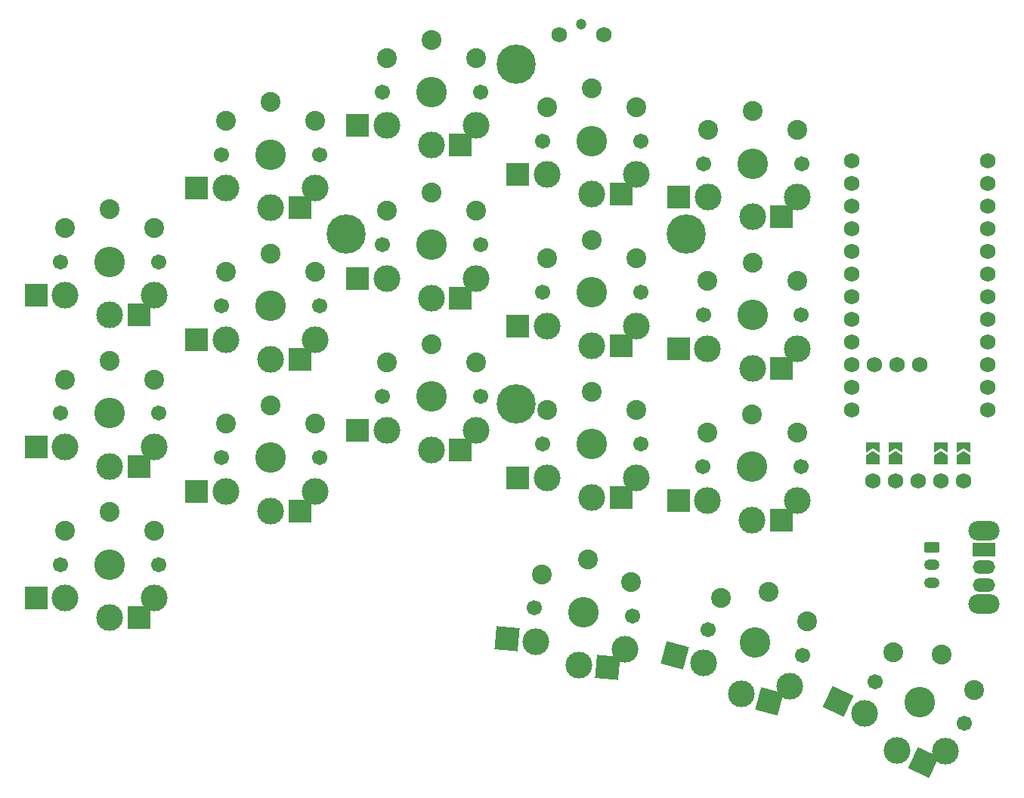
<source format=gbr>
%TF.GenerationSoftware,KiCad,Pcbnew,8.0.5*%
%TF.CreationDate,2024-10-14T15:31:37+02:00*%
%TF.ProjectId,oni-kb,6f6e692d-6b62-42e6-9b69-6361645f7063,rev?*%
%TF.SameCoordinates,Original*%
%TF.FileFunction,Soldermask,Bot*%
%TF.FilePolarity,Negative*%
%FSLAX46Y46*%
G04 Gerber Fmt 4.6, Leading zero omitted, Abs format (unit mm)*
G04 Created by KiCad (PCBNEW 8.0.5) date 2024-10-14 15:31:37*
%MOMM*%
%LPD*%
G01*
G04 APERTURE LIST*
G04 Aperture macros list*
%AMRoundRect*
0 Rectangle with rounded corners*
0 $1 Rounding radius*
0 $2 $3 $4 $5 $6 $7 $8 $9 X,Y pos of 4 corners*
0 Add a 4 corners polygon primitive as box body*
4,1,4,$2,$3,$4,$5,$6,$7,$8,$9,$2,$3,0*
0 Add four circle primitives for the rounded corners*
1,1,$1+$1,$2,$3*
1,1,$1+$1,$4,$5*
1,1,$1+$1,$6,$7*
1,1,$1+$1,$8,$9*
0 Add four rect primitives between the rounded corners*
20,1,$1+$1,$2,$3,$4,$5,0*
20,1,$1+$1,$4,$5,$6,$7,0*
20,1,$1+$1,$6,$7,$8,$9,0*
20,1,$1+$1,$8,$9,$2,$3,0*%
%AMRotRect*
0 Rectangle, with rotation*
0 The origin of the aperture is its center*
0 $1 length*
0 $2 width*
0 $3 Rotation angle, in degrees counterclockwise*
0 Add horizontal line*
21,1,$1,$2,0,0,$3*%
%AMFreePoly0*
4,1,6,1.000000,0.000000,0.500000,-0.750000,-0.500000,-0.750000,-0.500000,0.750000,0.500000,0.750000,1.000000,0.000000,1.000000,0.000000,$1*%
%AMFreePoly1*
4,1,6,0.500000,-0.750000,-0.650000,-0.750000,-0.150000,0.000000,-0.650000,0.750000,0.500000,0.750000,0.500000,-0.750000,0.500000,-0.750000,$1*%
G04 Aperture macros list end*
%ADD10C,1.701800*%
%ADD11C,3.000000*%
%ADD12C,3.429000*%
%ADD13R,2.600000X2.600000*%
%ADD14C,2.232000*%
%ADD15C,1.752600*%
%ADD16RotRect,2.600000X2.600000X155.000000*%
%ADD17C,1.200000*%
%ADD18C,1.750000*%
%ADD19RoundRect,0.250000X-0.625000X0.350000X-0.625000X-0.350000X0.625000X-0.350000X0.625000X0.350000X0*%
%ADD20O,1.750000X1.200000*%
%ADD21RotRect,2.600000X2.600000X175.000000*%
%ADD22C,4.400000*%
%ADD23RotRect,2.600000X2.600000X165.000000*%
%ADD24O,3.500000X2.200000*%
%ADD25R,2.500000X1.500000*%
%ADD26O,2.500000X1.500000*%
%ADD27FreePoly0,90.000000*%
%ADD28FreePoly1,90.000000*%
G04 APERTURE END LIST*
D10*
%TO.C,SW4*%
X133512593Y-64223504D03*
D11*
X133012593Y-67973504D03*
X128012593Y-70173504D03*
D12*
X128012593Y-64223504D03*
D11*
X123012593Y-67973504D03*
D10*
X122512593Y-64223504D03*
D13*
X131287593Y-70173504D03*
D14*
X128012593Y-58323504D03*
X133012593Y-60423504D03*
X123012593Y-60423504D03*
D13*
X119737593Y-67973504D03*
%TD*%
D15*
%TO.C,Display1*%
X177458795Y-107820794D03*
X179998795Y-107820794D03*
X182538795Y-107820794D03*
X185078795Y-107820794D03*
X187618795Y-107820794D03*
%TD*%
D10*
%TO.C,SW20*%
X187697289Y-134947902D03*
D11*
X185659316Y-138135248D03*
X180198017Y-138016033D03*
D12*
X182712596Y-132623502D03*
D11*
X176596239Y-133909065D03*
D10*
X177727903Y-130299102D03*
D16*
X183166175Y-139400108D03*
D14*
X185206044Y-127276286D03*
X188850084Y-131292624D03*
X179787006Y-127066441D03*
D16*
X173628081Y-132524990D03*
%TD*%
D10*
%TO.C,SW2*%
X97512594Y-83223504D03*
D11*
X97012594Y-86973504D03*
X92012594Y-89173504D03*
D12*
X92012594Y-83223504D03*
D11*
X87012594Y-86973504D03*
D10*
X86512594Y-83223504D03*
D13*
X95287594Y-89173504D03*
D14*
X92012594Y-77323504D03*
X97012594Y-79423504D03*
X87012594Y-79423504D03*
D13*
X83737594Y-86973504D03*
%TD*%
D17*
%TO.C,RSW1*%
X144837594Y-56576006D03*
D18*
X142337594Y-57786006D03*
X147337594Y-57786006D03*
%TD*%
D15*
%TO.C,U1*%
X175142593Y-71890254D03*
X175142593Y-74430254D03*
X175142593Y-76970254D03*
X175142593Y-79510254D03*
X175142593Y-82050254D03*
X175142593Y-84590254D03*
X175142593Y-87130254D03*
X175142593Y-89670254D03*
X175142593Y-92210254D03*
X175142593Y-94750254D03*
X175142593Y-97290254D03*
X175142593Y-99830254D03*
X190382593Y-99830254D03*
X190382593Y-97290254D03*
X190382593Y-94750254D03*
X190382593Y-92210254D03*
X190382593Y-89670254D03*
X190382593Y-87130254D03*
X190382593Y-84590254D03*
X190382593Y-82050254D03*
X190382593Y-79510254D03*
X190382593Y-76970254D03*
X190382593Y-74430254D03*
X190382593Y-71890254D03*
X177682593Y-94750254D03*
X180222593Y-94750254D03*
X182762593Y-94750254D03*
%TD*%
D10*
%TO.C,SW12*%
X169492594Y-89213504D03*
D11*
X168992594Y-92963504D03*
X163992594Y-95163504D03*
D12*
X163992594Y-89213504D03*
D11*
X158992594Y-92963504D03*
D10*
X158492594Y-89213504D03*
D13*
X167267594Y-95163504D03*
D14*
X163992594Y-83313504D03*
X168992594Y-85413504D03*
X158992594Y-85413504D03*
D13*
X155717594Y-92963504D03*
%TD*%
D10*
%TO.C,SW6*%
X169512592Y-72223504D03*
D11*
X169012592Y-75973504D03*
X164012592Y-78173504D03*
D12*
X164012592Y-72223504D03*
D11*
X159012592Y-75973504D03*
D10*
X158512592Y-72223504D03*
D13*
X167287592Y-78173504D03*
D14*
X164012592Y-66323504D03*
X169012592Y-68423504D03*
X159012592Y-68423504D03*
D13*
X155737592Y-75973504D03*
%TD*%
D19*
%TO.C,J1*%
X184118795Y-115230793D03*
D20*
X184118795Y-117230793D03*
X184118795Y-119230793D03*
%TD*%
D10*
%TO.C,SW11*%
X151512596Y-86673507D03*
D11*
X151012596Y-90423507D03*
X146012596Y-92623507D03*
D12*
X146012596Y-86673507D03*
D11*
X141012596Y-90423507D03*
D10*
X140512596Y-86673507D03*
D13*
X149287596Y-92623507D03*
D14*
X146012596Y-80773507D03*
X151012596Y-82873507D03*
X141012596Y-82873507D03*
D13*
X137737596Y-90423507D03*
%TD*%
D10*
%TO.C,SW14*%
X97512594Y-117223501D03*
D11*
X97012594Y-120973501D03*
X92012594Y-123173501D03*
D12*
X92012594Y-117223501D03*
D11*
X87012594Y-120973501D03*
D10*
X86512594Y-117223501D03*
D13*
X95287594Y-123173501D03*
D14*
X92012594Y-111323501D03*
X97012594Y-113423501D03*
X87012594Y-113423501D03*
D13*
X83737594Y-120973501D03*
%TD*%
D10*
%TO.C,SW15*%
X115512593Y-105215503D03*
D11*
X115012593Y-108965503D03*
X110012593Y-111165503D03*
D12*
X110012593Y-105215503D03*
D11*
X105012593Y-108965503D03*
D10*
X104512593Y-105215503D03*
D13*
X113287593Y-111165503D03*
D14*
X110012593Y-99315503D03*
X115012593Y-101415503D03*
X105012593Y-101415503D03*
D13*
X101737593Y-108965503D03*
%TD*%
D10*
%TO.C,SW17*%
X151512594Y-103691507D03*
D11*
X151012594Y-107441507D03*
X146012594Y-109641507D03*
D12*
X146012594Y-103691507D03*
D11*
X141012594Y-107441507D03*
D10*
X140512594Y-103691507D03*
D13*
X149287594Y-109641507D03*
D14*
X146012594Y-97791507D03*
X151012594Y-99891507D03*
X141012594Y-99891507D03*
D13*
X137737594Y-107441507D03*
%TD*%
D10*
%TO.C,SW1*%
X150541664Y-123002859D03*
D11*
X149716732Y-126695011D03*
X144544016Y-128450860D03*
D12*
X145062593Y-122523502D03*
D11*
X139754782Y-125823453D03*
D10*
X139583522Y-122044145D03*
D21*
X147806554Y-128736296D03*
D14*
X145576812Y-116645953D03*
X150374758Y-119173741D03*
X140412811Y-118302183D03*
D21*
X136492248Y-125538018D03*
%TD*%
D22*
%TO.C,REF\u002A\u002A*%
X118462595Y-80123505D03*
X137512595Y-61073505D03*
X137512595Y-99173505D03*
X156562595Y-80123505D03*
%TD*%
D10*
%TO.C,SW8*%
X97512594Y-100223504D03*
D11*
X97012594Y-103973504D03*
X92012594Y-106173504D03*
D12*
X92012594Y-100223504D03*
D11*
X87012594Y-103973504D03*
D10*
X86512594Y-100223504D03*
D13*
X95287594Y-106173504D03*
D14*
X92012594Y-94323504D03*
X97012594Y-96423504D03*
X87012594Y-96423504D03*
D13*
X83737594Y-103973504D03*
%TD*%
D10*
%TO.C,SW3*%
X115512596Y-71223504D03*
D11*
X115012596Y-74973504D03*
X110012596Y-77173504D03*
D12*
X110012596Y-71223504D03*
D11*
X105012596Y-74973504D03*
D10*
X104512596Y-71223504D03*
D13*
X113287596Y-77173504D03*
D14*
X110012596Y-65323504D03*
X115012596Y-67423504D03*
X105012596Y-67423504D03*
D13*
X101737596Y-74973504D03*
%TD*%
D10*
%TO.C,SW16*%
X133512592Y-98357505D03*
D11*
X133012592Y-102107505D03*
X128012592Y-104307505D03*
D12*
X128012592Y-98357505D03*
D11*
X123012592Y-102107505D03*
D10*
X122512592Y-98357505D03*
D13*
X131287592Y-104307505D03*
D14*
X128012592Y-92457505D03*
X133012592Y-94557505D03*
X123012592Y-94557505D03*
D13*
X119737592Y-102107505D03*
%TD*%
D10*
%TO.C,SW18*%
X169486248Y-106231504D03*
D11*
X168986248Y-109981504D03*
X163986248Y-112181504D03*
D12*
X163986248Y-106231504D03*
D11*
X158986248Y-109981504D03*
D10*
X158486248Y-106231504D03*
D13*
X167261248Y-112181504D03*
D14*
X163986248Y-100331504D03*
X168986248Y-102431504D03*
X158986248Y-102431504D03*
D13*
X155711248Y-109981504D03*
%TD*%
D10*
%TO.C,SW5*%
X151512594Y-69723505D03*
D11*
X151012594Y-73473505D03*
X146012594Y-75673505D03*
D12*
X146012594Y-69723505D03*
D11*
X141012594Y-73473505D03*
D10*
X140512594Y-69723505D03*
D13*
X149287594Y-75673505D03*
D14*
X146012594Y-63823505D03*
X151012594Y-65923505D03*
X141012594Y-65923505D03*
D13*
X137737594Y-73473505D03*
%TD*%
D10*
%TO.C,SW21*%
X169625184Y-127347010D03*
D11*
X168171650Y-130839822D03*
X162772619Y-131670764D03*
D12*
X164312592Y-125923505D03*
D11*
X158512391Y-128251632D03*
D10*
X159000000Y-124500000D03*
D23*
X165936026Y-132518396D03*
D14*
X165839624Y-120224543D03*
X170125734Y-123547082D03*
X160466475Y-120958892D03*
D23*
X155348984Y-127403999D03*
%TD*%
D10*
%TO.C,SW10*%
X133512595Y-81339504D03*
D11*
X133012595Y-85089504D03*
X128012595Y-87289504D03*
D12*
X128012595Y-81339504D03*
D11*
X123012595Y-85089504D03*
D10*
X122512595Y-81339504D03*
D13*
X131287595Y-87289504D03*
D14*
X128012595Y-75439504D03*
X133012595Y-77539504D03*
X123012595Y-77539504D03*
D13*
X119737595Y-85089504D03*
%TD*%
D10*
%TO.C,SW9*%
X115512596Y-88197504D03*
D11*
X115012596Y-91947504D03*
X110012596Y-94147504D03*
D12*
X110012596Y-88197504D03*
D11*
X105012596Y-91947504D03*
D10*
X104512596Y-88197504D03*
D13*
X113287596Y-94147504D03*
D14*
X110012596Y-82297504D03*
X115012596Y-84397504D03*
X105012596Y-84397504D03*
D13*
X101737596Y-91947504D03*
%TD*%
D24*
%TO.C,SW7*%
X189975729Y-113388502D03*
X189975729Y-121588502D03*
D25*
X189975729Y-115488502D03*
D26*
X189975729Y-117488502D03*
X189975729Y-119488502D03*
%TD*%
D27*
%TO.C,JP3*%
X180005729Y-105433502D03*
D28*
X180005729Y-103983502D03*
%TD*%
D27*
%TO.C,JP1*%
X187615729Y-105433502D03*
D28*
X187615729Y-103983502D03*
%TD*%
D27*
%TO.C,JP2*%
X185095729Y-105433502D03*
D28*
X185095729Y-103983502D03*
%TD*%
D27*
%TO.C,JP4*%
X177455729Y-105433502D03*
D28*
X177455729Y-103983502D03*
%TD*%
M02*

</source>
